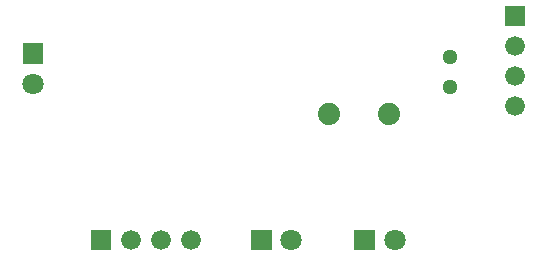
<source format=gbs>
G04 Layer: BottomSolderMaskLayer*
G04 EasyEDA v6.4.22, 2021-09-03T00:44:02+03:00*
G04 f01e111bf81b4bed8990e141baadd79c,e35e2ce9ff7a437f96666ecb9555ba6e,10*
G04 Gerber Generator version 0.2*
G04 Scale: 100 percent, Rotated: No, Reflected: No *
G04 Dimensions in millimeters *
G04 leading zeros omitted , absolute positions ,4 integer and 5 decimal *
%FSLAX45Y45*%
%MOMM*%

%ADD30C,1.6764*%
%ADD31C,1.2954*%
%ADD34C,1.8796*%
%ADD36C,1.8016*%

%LPD*%
G36*
X4958079Y3446779D02*
G01*
X4958079Y3614420D01*
X5125720Y3614420D01*
X5125720Y3446779D01*
G37*
D30*
G01*
X5041900Y3276600D03*
G01*
X5041900Y3022600D03*
G01*
X5041900Y2768600D03*
D31*
G01*
X4495800Y2933700D03*
G01*
X4495800Y3187700D03*
D34*
G01*
X3467100Y2705100D03*
G01*
X3975100Y2705100D03*
G36*
X2805429Y1554479D02*
G01*
X2805429Y1722120D01*
X2985770Y1722120D01*
X2985770Y1554479D01*
G37*
D36*
G01*
X3149600Y1638300D03*
G36*
X3681729Y1554479D02*
G01*
X3681729Y1722120D01*
X3862070Y1722120D01*
X3862070Y1554479D01*
G37*
G01*
X4025900Y1638300D03*
G36*
X881379Y3122929D02*
G01*
X881379Y3303270D01*
X1049020Y3303270D01*
X1049020Y3122929D01*
G37*
G01*
X965200Y2959100D03*
G36*
X1452879Y1554479D02*
G01*
X1452879Y1722120D01*
X1620520Y1722120D01*
X1620520Y1554479D01*
G37*
D30*
G01*
X1790700Y1638300D03*
G01*
X2044700Y1638300D03*
G01*
X2298700Y1638300D03*
M02*

</source>
